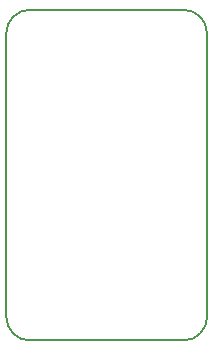
<source format=gbr>
G04 #@! TF.GenerationSoftware,KiCad,Pcbnew,(5.0.0)*
G04 #@! TF.CreationDate,2018-08-29T17:32:18+01:00*
G04 #@! TF.ProjectId,Week5LetsTryANewIC,5765656B354C657473547279414E6577,rev?*
G04 #@! TF.SameCoordinates,Original*
G04 #@! TF.FileFunction,Profile,NP*
%FSLAX46Y46*%
G04 Gerber Fmt 4.6, Leading zero omitted, Abs format (unit mm)*
G04 Created by KiCad (PCBNEW (5.0.0)) date 08/29/18 17:32:18*
%MOMM*%
%LPD*%
G01*
G04 APERTURE LIST*
%ADD10C,0.150000*%
%ADD11C,0.200000*%
G04 APERTURE END LIST*
D10*
X154000000Y-65000000D02*
G75*
G02X156000000Y-63000000I2000000J0D01*
G01*
X156000000Y-91000000D02*
G75*
G02X154000000Y-89000000I0J2000000D01*
G01*
D11*
X169000000Y-63000000D02*
G75*
G02X171000000Y-65000000I0J-2000000D01*
G01*
X171000000Y-89000000D02*
G75*
G02X169000000Y-91000000I-2000000J0D01*
G01*
X154000000Y-89000000D02*
X154000000Y-65000000D01*
X169000000Y-91000000D02*
X156000000Y-91000000D01*
X171000000Y-65000000D02*
X171000000Y-89000000D01*
X156000000Y-63000000D02*
X169000000Y-63000000D01*
M02*

</source>
